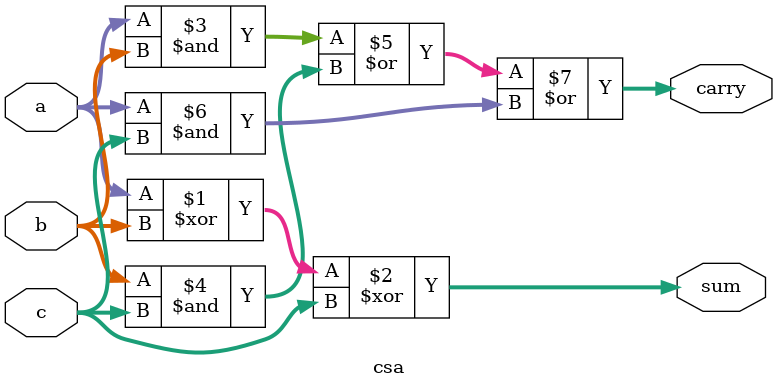
<source format=v>
`timescale 1ns / 1ps

module mantissa_multiplier (
    input  [10:0] mask,
    input  [ 7:0] manta,
    input  [ 7:0] mantb,
    output [16:0] mults,
    output [16:0] multc
);

  localparam WIDTH = 17;

  wire sign_a = manta[7];
  wire sign_b = mantb[7];

  // magnitudes
  wire [7:0] abs_a = sign_a ? (~manta + 8'b1) : manta;
  wire [7:0] abs_b = sign_b ? (~mantb + 8'b1) : mantb;

  wire [8:0] a_full = {1'b0, abs_a};
  wire [8:0] b_full = {1'b0, abs_b};

  // partial product array
  wire [10:0] pp[4:0];

  booth_encoder be0 (
      .multiplicand(a_full),
      .booth_sel({b_full[1:0], 1'b0}),
      .partial_product(pp[0])
  );
  booth_encoder be1 (
      .multiplicand(a_full),
      .booth_sel(b_full[3:1]),
      .partial_product(pp[1])
  );
  booth_encoder be2 (
      .multiplicand(a_full),
      .booth_sel(b_full[5:3]),
      .partial_product(pp[2])
  );
  booth_encoder be3 (
      .multiplicand(a_full),
      .booth_sel(b_full[7:5]),
      .partial_product(pp[3])
  );
  booth_encoder be4 (
      .multiplicand(a_full),
      .booth_sel({1'b0, b_full[8:7]}),
      .partial_product(pp[4])
  );

  wire signed [WIDTH-1:0] pp_shifted[4:0];
  assign pp_shifted[0] = $signed(pp[0]) <<< 0;
  assign pp_shifted[1] = $signed(pp[1]) <<< 2;
  assign pp_shifted[2] = $signed(pp[2]) <<< 4;
  assign pp_shifted[3] = $signed(pp[3]) <<< 6;
  assign pp_shifted[4] = $signed(pp[4]) <<< 8;

  // 17-bit mask from computed 11-bit mask:
  wire [WIDTH-1:0] truncate_mask = {1'b1, mask, 5'b00000};
  wire [WIDTH-1:0] pp_shifted_masked[4:0];

  assign pp_shifted_masked[0] = pp_shifted[0] & truncate_mask;
  assign pp_shifted_masked[1] = pp_shifted[1] & truncate_mask;
  assign pp_shifted_masked[2] = pp_shifted[2] & truncate_mask;
  assign pp_shifted_masked[3] = pp_shifted[3] & truncate_mask;
  assign pp_shifted_masked[4] = pp_shifted[4] & truncate_mask;

  wire [WIDTH-1:0] l1_s0, l1_c0, l1_s1, l1_c1;
  csa #(
      .WIDTH(WIDTH)
  ) csa_l1_0 (
      .a(pp_shifted_masked[0]),
      .b(pp_shifted_masked[1]),
      .c(pp_shifted_masked[2]),
      .sum(l1_s0),
      .carry(l1_c0)
  );
  csa #(
      .WIDTH(WIDTH)
  ) csa_l1_1 (
      .a(pp_shifted_masked[3]),
      .b(pp_shifted_masked[4]),
      .c({WIDTH{1'b0}}),
      .sum(l1_s1),
      .carry(l1_c1)
  );

  wire [WIDTH-1:0] l2_s0, l2_c0;
  csa #(
      .WIDTH(WIDTH)
  ) csa_l2_0 (
      .a(l1_s0),
      .b(l1_c0 << 1),
      .c(l1_s1),
      .sum(l2_s0),
      .carry(l2_c0)
  );

  csa #(
      .WIDTH(WIDTH)
  ) csa_final (
      .a(l2_s0),
      .b(l2_c0 << 1),
      .c(l1_c1 << 1),
      .sum(mults),
      .carry(multc)
  );

endmodule


module booth_encoder (
    input [8:0] multiplicand,  // unsigned magnitude
    input [2:0] booth_sel,
    output reg [10:0] partial_product
);

  wire [10:0] pos_1x = {2'b00, multiplicand};  // +1 * M
  wire [10:0] pos_2x = {1'b0, multiplicand, 1'b0};  // +2 * M (<<1)
  wire [10:0] neg_1x = (~pos_1x) + 11'b1;  // -1 * M
  wire [10:0] neg_2x = (~pos_2x) + 11'b1;  // -2 * M

  always @(*) begin
    case (booth_sel)
      3'b000: partial_product = 11'b0;
      3'b001, 3'b010: partial_product = pos_1x;
      3'b011: partial_product = pos_2x;
      3'b100: partial_product = neg_2x;
      3'b101, 3'b110: partial_product = neg_1x;
      3'b111: partial_product = 11'b0;
      default: partial_product = 11'b0;
    endcase
  end
endmodule


module csa #(
    parameter WIDTH = 17
) (
    input  [WIDTH-1:0] a,
    input  [WIDTH-1:0] b,
    input  [WIDTH-1:0] c,
    output [WIDTH-1:0] sum,
    output [WIDTH-1:0] carry
);
  assign sum   = a ^ b ^ c;
  assign carry = (a & b) | (b & c) | (a & c);
endmodule

</source>
